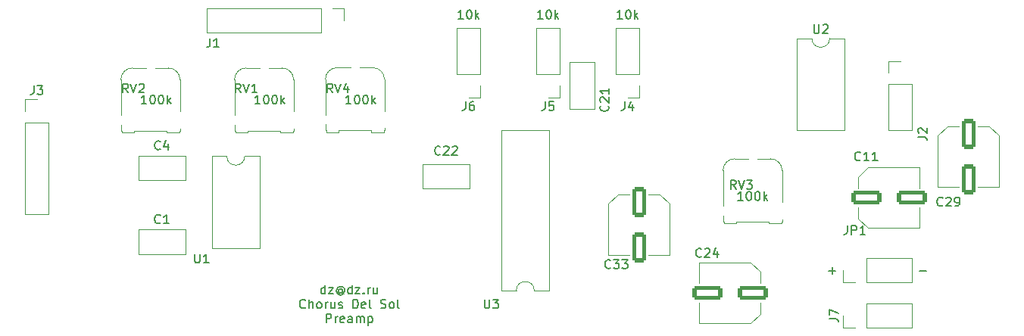
<source format=gbr>
%TF.GenerationSoftware,KiCad,Pcbnew,(6.0.10)*%
%TF.CreationDate,2023-04-08T13:31:08+03:00*%
%TF.ProjectId,DelSol_Preamp,44656c53-6f6c-45f5-9072-65616d702e6b,rev?*%
%TF.SameCoordinates,Original*%
%TF.FileFunction,Legend,Top*%
%TF.FilePolarity,Positive*%
%FSLAX46Y46*%
G04 Gerber Fmt 4.6, Leading zero omitted, Abs format (unit mm)*
G04 Created by KiCad (PCBNEW (6.0.10)) date 2023-04-08 13:31:08*
%MOMM*%
%LPD*%
G01*
G04 APERTURE LIST*
G04 Aperture macros list*
%AMRoundRect*
0 Rectangle with rounded corners*
0 $1 Rounding radius*
0 $2 $3 $4 $5 $6 $7 $8 $9 X,Y pos of 4 corners*
0 Add a 4 corners polygon primitive as box body*
4,1,4,$2,$3,$4,$5,$6,$7,$8,$9,$2,$3,0*
0 Add four circle primitives for the rounded corners*
1,1,$1+$1,$2,$3*
1,1,$1+$1,$4,$5*
1,1,$1+$1,$6,$7*
1,1,$1+$1,$8,$9*
0 Add four rect primitives between the rounded corners*
20,1,$1+$1,$2,$3,$4,$5,0*
20,1,$1+$1,$4,$5,$6,$7,0*
20,1,$1+$1,$6,$7,$8,$9,0*
20,1,$1+$1,$8,$9,$2,$3,0*%
G04 Aperture macros list end*
%ADD10C,0.150000*%
%ADD11C,0.120000*%
%ADD12RoundRect,0.250000X-1.412500X-0.550000X1.412500X-0.550000X1.412500X0.550000X-1.412500X0.550000X0*%
%ADD13R,1.560000X1.560000*%
%ADD14C,1.560000*%
%ADD15R,1.600000X1.600000*%
%ADD16O,1.600000X1.600000*%
%ADD17R,1.700000X1.700000*%
%ADD18O,1.700000X1.700000*%
%ADD19C,1.600000*%
%ADD20C,3.200000*%
%ADD21RoundRect,0.250000X-0.550000X1.412500X-0.550000X-1.412500X0.550000X-1.412500X0.550000X1.412500X0*%
%ADD22RoundRect,0.250000X1.412500X0.550000X-1.412500X0.550000X-1.412500X-0.550000X1.412500X-0.550000X0*%
G04 APERTURE END LIST*
D10*
X79573571Y-29662380D02*
X79002142Y-29662380D01*
X79287857Y-29662380D02*
X79287857Y-28662380D01*
X79192619Y-28805238D01*
X79097380Y-28900476D01*
X79002142Y-28948095D01*
X80192619Y-28662380D02*
X80287857Y-28662380D01*
X80383095Y-28710000D01*
X80430714Y-28757619D01*
X80478333Y-28852857D01*
X80525952Y-29043333D01*
X80525952Y-29281428D01*
X80478333Y-29471904D01*
X80430714Y-29567142D01*
X80383095Y-29614761D01*
X80287857Y-29662380D01*
X80192619Y-29662380D01*
X80097380Y-29614761D01*
X80049761Y-29567142D01*
X80002142Y-29471904D01*
X79954523Y-29281428D01*
X79954523Y-29043333D01*
X80002142Y-28852857D01*
X80049761Y-28757619D01*
X80097380Y-28710000D01*
X80192619Y-28662380D01*
X81145000Y-28662380D02*
X81240238Y-28662380D01*
X81335476Y-28710000D01*
X81383095Y-28757619D01*
X81430714Y-28852857D01*
X81478333Y-29043333D01*
X81478333Y-29281428D01*
X81430714Y-29471904D01*
X81383095Y-29567142D01*
X81335476Y-29614761D01*
X81240238Y-29662380D01*
X81145000Y-29662380D01*
X81049761Y-29614761D01*
X81002142Y-29567142D01*
X80954523Y-29471904D01*
X80906904Y-29281428D01*
X80906904Y-29043333D01*
X80954523Y-28852857D01*
X81002142Y-28757619D01*
X81049761Y-28710000D01*
X81145000Y-28662380D01*
X81906904Y-29662380D02*
X81906904Y-28662380D01*
X82002142Y-29281428D02*
X82287857Y-29662380D01*
X82287857Y-28995714D02*
X81906904Y-29376666D01*
X120054761Y-20137380D02*
X119483333Y-20137380D01*
X119769047Y-20137380D02*
X119769047Y-19137380D01*
X119673809Y-19280238D01*
X119578571Y-19375476D01*
X119483333Y-19423095D01*
X120673809Y-19137380D02*
X120769047Y-19137380D01*
X120864285Y-19185000D01*
X120911904Y-19232619D01*
X120959523Y-19327857D01*
X121007142Y-19518333D01*
X121007142Y-19756428D01*
X120959523Y-19946904D01*
X120911904Y-20042142D01*
X120864285Y-20089761D01*
X120769047Y-20137380D01*
X120673809Y-20137380D01*
X120578571Y-20089761D01*
X120530952Y-20042142D01*
X120483333Y-19946904D01*
X120435714Y-19756428D01*
X120435714Y-19518333D01*
X120483333Y-19327857D01*
X120530952Y-19232619D01*
X120578571Y-19185000D01*
X120673809Y-19137380D01*
X121435714Y-20137380D02*
X121435714Y-19137380D01*
X121530952Y-19756428D02*
X121816666Y-20137380D01*
X121816666Y-19470714D02*
X121435714Y-19851666D01*
X133548571Y-40457380D02*
X132977142Y-40457380D01*
X133262857Y-40457380D02*
X133262857Y-39457380D01*
X133167619Y-39600238D01*
X133072380Y-39695476D01*
X132977142Y-39743095D01*
X134167619Y-39457380D02*
X134262857Y-39457380D01*
X134358095Y-39505000D01*
X134405714Y-39552619D01*
X134453333Y-39647857D01*
X134500952Y-39838333D01*
X134500952Y-40076428D01*
X134453333Y-40266904D01*
X134405714Y-40362142D01*
X134358095Y-40409761D01*
X134262857Y-40457380D01*
X134167619Y-40457380D01*
X134072380Y-40409761D01*
X134024761Y-40362142D01*
X133977142Y-40266904D01*
X133929523Y-40076428D01*
X133929523Y-39838333D01*
X133977142Y-39647857D01*
X134024761Y-39552619D01*
X134072380Y-39505000D01*
X134167619Y-39457380D01*
X135120000Y-39457380D02*
X135215238Y-39457380D01*
X135310476Y-39505000D01*
X135358095Y-39552619D01*
X135405714Y-39647857D01*
X135453333Y-39838333D01*
X135453333Y-40076428D01*
X135405714Y-40266904D01*
X135358095Y-40362142D01*
X135310476Y-40409761D01*
X135215238Y-40457380D01*
X135120000Y-40457380D01*
X135024761Y-40409761D01*
X134977142Y-40362142D01*
X134929523Y-40266904D01*
X134881904Y-40076428D01*
X134881904Y-39838333D01*
X134929523Y-39647857D01*
X134977142Y-39552619D01*
X135024761Y-39505000D01*
X135120000Y-39457380D01*
X135881904Y-40457380D02*
X135881904Y-39457380D01*
X135977142Y-40076428D02*
X136262857Y-40457380D01*
X136262857Y-39790714D02*
X135881904Y-40171666D01*
X89733571Y-29662380D02*
X89162142Y-29662380D01*
X89447857Y-29662380D02*
X89447857Y-28662380D01*
X89352619Y-28805238D01*
X89257380Y-28900476D01*
X89162142Y-28948095D01*
X90352619Y-28662380D02*
X90447857Y-28662380D01*
X90543095Y-28710000D01*
X90590714Y-28757619D01*
X90638333Y-28852857D01*
X90685952Y-29043333D01*
X90685952Y-29281428D01*
X90638333Y-29471904D01*
X90590714Y-29567142D01*
X90543095Y-29614761D01*
X90447857Y-29662380D01*
X90352619Y-29662380D01*
X90257380Y-29614761D01*
X90209761Y-29567142D01*
X90162142Y-29471904D01*
X90114523Y-29281428D01*
X90114523Y-29043333D01*
X90162142Y-28852857D01*
X90209761Y-28757619D01*
X90257380Y-28710000D01*
X90352619Y-28662380D01*
X91305000Y-28662380D02*
X91400238Y-28662380D01*
X91495476Y-28710000D01*
X91543095Y-28757619D01*
X91590714Y-28852857D01*
X91638333Y-29043333D01*
X91638333Y-29281428D01*
X91590714Y-29471904D01*
X91543095Y-29567142D01*
X91495476Y-29614761D01*
X91400238Y-29662380D01*
X91305000Y-29662380D01*
X91209761Y-29614761D01*
X91162142Y-29567142D01*
X91114523Y-29471904D01*
X91066904Y-29281428D01*
X91066904Y-29043333D01*
X91114523Y-28852857D01*
X91162142Y-28757619D01*
X91209761Y-28710000D01*
X91305000Y-28662380D01*
X92066904Y-29662380D02*
X92066904Y-28662380D01*
X92162142Y-29281428D02*
X92447857Y-29662380D01*
X92447857Y-28995714D02*
X92066904Y-29376666D01*
X143129047Y-48331428D02*
X143890952Y-48331428D01*
X143510000Y-48712380D02*
X143510000Y-47950476D01*
X111164761Y-20137380D02*
X110593333Y-20137380D01*
X110879047Y-20137380D02*
X110879047Y-19137380D01*
X110783809Y-19280238D01*
X110688571Y-19375476D01*
X110593333Y-19423095D01*
X111783809Y-19137380D02*
X111879047Y-19137380D01*
X111974285Y-19185000D01*
X112021904Y-19232619D01*
X112069523Y-19327857D01*
X112117142Y-19518333D01*
X112117142Y-19756428D01*
X112069523Y-19946904D01*
X112021904Y-20042142D01*
X111974285Y-20089761D01*
X111879047Y-20137380D01*
X111783809Y-20137380D01*
X111688571Y-20089761D01*
X111640952Y-20042142D01*
X111593333Y-19946904D01*
X111545714Y-19756428D01*
X111545714Y-19518333D01*
X111593333Y-19327857D01*
X111640952Y-19232619D01*
X111688571Y-19185000D01*
X111783809Y-19137380D01*
X112545714Y-20137380D02*
X112545714Y-19137380D01*
X112640952Y-19756428D02*
X112926666Y-20137380D01*
X112926666Y-19470714D02*
X112545714Y-19851666D01*
X102274761Y-20137380D02*
X101703333Y-20137380D01*
X101989047Y-20137380D02*
X101989047Y-19137380D01*
X101893809Y-19280238D01*
X101798571Y-19375476D01*
X101703333Y-19423095D01*
X102893809Y-19137380D02*
X102989047Y-19137380D01*
X103084285Y-19185000D01*
X103131904Y-19232619D01*
X103179523Y-19327857D01*
X103227142Y-19518333D01*
X103227142Y-19756428D01*
X103179523Y-19946904D01*
X103131904Y-20042142D01*
X103084285Y-20089761D01*
X102989047Y-20137380D01*
X102893809Y-20137380D01*
X102798571Y-20089761D01*
X102750952Y-20042142D01*
X102703333Y-19946904D01*
X102655714Y-19756428D01*
X102655714Y-19518333D01*
X102703333Y-19327857D01*
X102750952Y-19232619D01*
X102798571Y-19185000D01*
X102893809Y-19137380D01*
X103655714Y-20137380D02*
X103655714Y-19137380D01*
X103750952Y-19756428D02*
X104036666Y-20137380D01*
X104036666Y-19470714D02*
X103655714Y-19851666D01*
X86844523Y-50912380D02*
X86844523Y-49912380D01*
X86844523Y-50864761D02*
X86749285Y-50912380D01*
X86558809Y-50912380D01*
X86463571Y-50864761D01*
X86415952Y-50817142D01*
X86368333Y-50721904D01*
X86368333Y-50436190D01*
X86415952Y-50340952D01*
X86463571Y-50293333D01*
X86558809Y-50245714D01*
X86749285Y-50245714D01*
X86844523Y-50293333D01*
X87225476Y-50245714D02*
X87749285Y-50245714D01*
X87225476Y-50912380D01*
X87749285Y-50912380D01*
X88749285Y-50436190D02*
X88701666Y-50388571D01*
X88606428Y-50340952D01*
X88511190Y-50340952D01*
X88415952Y-50388571D01*
X88368333Y-50436190D01*
X88320714Y-50531428D01*
X88320714Y-50626666D01*
X88368333Y-50721904D01*
X88415952Y-50769523D01*
X88511190Y-50817142D01*
X88606428Y-50817142D01*
X88701666Y-50769523D01*
X88749285Y-50721904D01*
X88749285Y-50340952D02*
X88749285Y-50721904D01*
X88796904Y-50769523D01*
X88844523Y-50769523D01*
X88939761Y-50721904D01*
X88987380Y-50626666D01*
X88987380Y-50388571D01*
X88892142Y-50245714D01*
X88749285Y-50150476D01*
X88558809Y-50102857D01*
X88368333Y-50150476D01*
X88225476Y-50245714D01*
X88130238Y-50388571D01*
X88082619Y-50579047D01*
X88130238Y-50769523D01*
X88225476Y-50912380D01*
X88368333Y-51007619D01*
X88558809Y-51055238D01*
X88749285Y-51007619D01*
X88892142Y-50912380D01*
X89844523Y-50912380D02*
X89844523Y-49912380D01*
X89844523Y-50864761D02*
X89749285Y-50912380D01*
X89558809Y-50912380D01*
X89463571Y-50864761D01*
X89415952Y-50817142D01*
X89368333Y-50721904D01*
X89368333Y-50436190D01*
X89415952Y-50340952D01*
X89463571Y-50293333D01*
X89558809Y-50245714D01*
X89749285Y-50245714D01*
X89844523Y-50293333D01*
X90225476Y-50245714D02*
X90749285Y-50245714D01*
X90225476Y-50912380D01*
X90749285Y-50912380D01*
X91130238Y-50817142D02*
X91177857Y-50864761D01*
X91130238Y-50912380D01*
X91082619Y-50864761D01*
X91130238Y-50817142D01*
X91130238Y-50912380D01*
X91606428Y-50912380D02*
X91606428Y-50245714D01*
X91606428Y-50436190D02*
X91654047Y-50340952D01*
X91701666Y-50293333D01*
X91796904Y-50245714D01*
X91892142Y-50245714D01*
X92654047Y-50245714D02*
X92654047Y-50912380D01*
X92225476Y-50245714D02*
X92225476Y-50769523D01*
X92273095Y-50864761D01*
X92368333Y-50912380D01*
X92511190Y-50912380D01*
X92606428Y-50864761D01*
X92654047Y-50817142D01*
X84630238Y-52427142D02*
X84582619Y-52474761D01*
X84439761Y-52522380D01*
X84344523Y-52522380D01*
X84201666Y-52474761D01*
X84106428Y-52379523D01*
X84058809Y-52284285D01*
X84011190Y-52093809D01*
X84011190Y-51950952D01*
X84058809Y-51760476D01*
X84106428Y-51665238D01*
X84201666Y-51570000D01*
X84344523Y-51522380D01*
X84439761Y-51522380D01*
X84582619Y-51570000D01*
X84630238Y-51617619D01*
X85058809Y-52522380D02*
X85058809Y-51522380D01*
X85487380Y-52522380D02*
X85487380Y-51998571D01*
X85439761Y-51903333D01*
X85344523Y-51855714D01*
X85201666Y-51855714D01*
X85106428Y-51903333D01*
X85058809Y-51950952D01*
X86106428Y-52522380D02*
X86011190Y-52474761D01*
X85963571Y-52427142D01*
X85915952Y-52331904D01*
X85915952Y-52046190D01*
X85963571Y-51950952D01*
X86011190Y-51903333D01*
X86106428Y-51855714D01*
X86249285Y-51855714D01*
X86344523Y-51903333D01*
X86392142Y-51950952D01*
X86439761Y-52046190D01*
X86439761Y-52331904D01*
X86392142Y-52427142D01*
X86344523Y-52474761D01*
X86249285Y-52522380D01*
X86106428Y-52522380D01*
X86868333Y-52522380D02*
X86868333Y-51855714D01*
X86868333Y-52046190D02*
X86915952Y-51950952D01*
X86963571Y-51903333D01*
X87058809Y-51855714D01*
X87154047Y-51855714D01*
X87915952Y-51855714D02*
X87915952Y-52522380D01*
X87487380Y-51855714D02*
X87487380Y-52379523D01*
X87535000Y-52474761D01*
X87630238Y-52522380D01*
X87773095Y-52522380D01*
X87868333Y-52474761D01*
X87915952Y-52427142D01*
X88344523Y-52474761D02*
X88439761Y-52522380D01*
X88630238Y-52522380D01*
X88725476Y-52474761D01*
X88773095Y-52379523D01*
X88773095Y-52331904D01*
X88725476Y-52236666D01*
X88630238Y-52189047D01*
X88487380Y-52189047D01*
X88392142Y-52141428D01*
X88344523Y-52046190D01*
X88344523Y-51998571D01*
X88392142Y-51903333D01*
X88487380Y-51855714D01*
X88630238Y-51855714D01*
X88725476Y-51903333D01*
X89963571Y-52522380D02*
X89963571Y-51522380D01*
X90201666Y-51522380D01*
X90344523Y-51570000D01*
X90439761Y-51665238D01*
X90487380Y-51760476D01*
X90535000Y-51950952D01*
X90535000Y-52093809D01*
X90487380Y-52284285D01*
X90439761Y-52379523D01*
X90344523Y-52474761D01*
X90201666Y-52522380D01*
X89963571Y-52522380D01*
X91344523Y-52474761D02*
X91249285Y-52522380D01*
X91058809Y-52522380D01*
X90963571Y-52474761D01*
X90915952Y-52379523D01*
X90915952Y-51998571D01*
X90963571Y-51903333D01*
X91058809Y-51855714D01*
X91249285Y-51855714D01*
X91344523Y-51903333D01*
X91392142Y-51998571D01*
X91392142Y-52093809D01*
X90915952Y-52189047D01*
X91963571Y-52522380D02*
X91868333Y-52474761D01*
X91820714Y-52379523D01*
X91820714Y-51522380D01*
X93058809Y-52474761D02*
X93201666Y-52522380D01*
X93439761Y-52522380D01*
X93535000Y-52474761D01*
X93582619Y-52427142D01*
X93630238Y-52331904D01*
X93630238Y-52236666D01*
X93582619Y-52141428D01*
X93535000Y-52093809D01*
X93439761Y-52046190D01*
X93249285Y-51998571D01*
X93154047Y-51950952D01*
X93106428Y-51903333D01*
X93058809Y-51808095D01*
X93058809Y-51712857D01*
X93106428Y-51617619D01*
X93154047Y-51570000D01*
X93249285Y-51522380D01*
X93487380Y-51522380D01*
X93630238Y-51570000D01*
X94201666Y-52522380D02*
X94106428Y-52474761D01*
X94058809Y-52427142D01*
X94011190Y-52331904D01*
X94011190Y-52046190D01*
X94058809Y-51950952D01*
X94106428Y-51903333D01*
X94201666Y-51855714D01*
X94344523Y-51855714D01*
X94439761Y-51903333D01*
X94487380Y-51950952D01*
X94535000Y-52046190D01*
X94535000Y-52331904D01*
X94487380Y-52427142D01*
X94439761Y-52474761D01*
X94344523Y-52522380D01*
X94201666Y-52522380D01*
X95106428Y-52522380D02*
X95011190Y-52474761D01*
X94963571Y-52379523D01*
X94963571Y-51522380D01*
X86963571Y-54132380D02*
X86963571Y-53132380D01*
X87344523Y-53132380D01*
X87439761Y-53180000D01*
X87487380Y-53227619D01*
X87535000Y-53322857D01*
X87535000Y-53465714D01*
X87487380Y-53560952D01*
X87439761Y-53608571D01*
X87344523Y-53656190D01*
X86963571Y-53656190D01*
X87963571Y-54132380D02*
X87963571Y-53465714D01*
X87963571Y-53656190D02*
X88011190Y-53560952D01*
X88058809Y-53513333D01*
X88154047Y-53465714D01*
X88249285Y-53465714D01*
X88963571Y-54084761D02*
X88868333Y-54132380D01*
X88677857Y-54132380D01*
X88582619Y-54084761D01*
X88535000Y-53989523D01*
X88535000Y-53608571D01*
X88582619Y-53513333D01*
X88677857Y-53465714D01*
X88868333Y-53465714D01*
X88963571Y-53513333D01*
X89011190Y-53608571D01*
X89011190Y-53703809D01*
X88535000Y-53799047D01*
X89868333Y-54132380D02*
X89868333Y-53608571D01*
X89820714Y-53513333D01*
X89725476Y-53465714D01*
X89535000Y-53465714D01*
X89439761Y-53513333D01*
X89868333Y-54084761D02*
X89773095Y-54132380D01*
X89535000Y-54132380D01*
X89439761Y-54084761D01*
X89392142Y-53989523D01*
X89392142Y-53894285D01*
X89439761Y-53799047D01*
X89535000Y-53751428D01*
X89773095Y-53751428D01*
X89868333Y-53703809D01*
X90344523Y-54132380D02*
X90344523Y-53465714D01*
X90344523Y-53560952D02*
X90392142Y-53513333D01*
X90487380Y-53465714D01*
X90630238Y-53465714D01*
X90725476Y-53513333D01*
X90773095Y-53608571D01*
X90773095Y-54132380D01*
X90773095Y-53608571D02*
X90820714Y-53513333D01*
X90915952Y-53465714D01*
X91058809Y-53465714D01*
X91154047Y-53513333D01*
X91201666Y-53608571D01*
X91201666Y-54132380D01*
X91677857Y-53465714D02*
X91677857Y-54465714D01*
X91677857Y-53513333D02*
X91773095Y-53465714D01*
X91963571Y-53465714D01*
X92058809Y-53513333D01*
X92106428Y-53560952D01*
X92154047Y-53656190D01*
X92154047Y-53941904D01*
X92106428Y-54037142D01*
X92058809Y-54084761D01*
X91963571Y-54132380D01*
X91773095Y-54132380D01*
X91677857Y-54084761D01*
X153289047Y-48331428D02*
X154050952Y-48331428D01*
X66873571Y-29662380D02*
X66302142Y-29662380D01*
X66587857Y-29662380D02*
X66587857Y-28662380D01*
X66492619Y-28805238D01*
X66397380Y-28900476D01*
X66302142Y-28948095D01*
X67492619Y-28662380D02*
X67587857Y-28662380D01*
X67683095Y-28710000D01*
X67730714Y-28757619D01*
X67778333Y-28852857D01*
X67825952Y-29043333D01*
X67825952Y-29281428D01*
X67778333Y-29471904D01*
X67730714Y-29567142D01*
X67683095Y-29614761D01*
X67587857Y-29662380D01*
X67492619Y-29662380D01*
X67397380Y-29614761D01*
X67349761Y-29567142D01*
X67302142Y-29471904D01*
X67254523Y-29281428D01*
X67254523Y-29043333D01*
X67302142Y-28852857D01*
X67349761Y-28757619D01*
X67397380Y-28710000D01*
X67492619Y-28662380D01*
X68445000Y-28662380D02*
X68540238Y-28662380D01*
X68635476Y-28710000D01*
X68683095Y-28757619D01*
X68730714Y-28852857D01*
X68778333Y-29043333D01*
X68778333Y-29281428D01*
X68730714Y-29471904D01*
X68683095Y-29567142D01*
X68635476Y-29614761D01*
X68540238Y-29662380D01*
X68445000Y-29662380D01*
X68349761Y-29614761D01*
X68302142Y-29567142D01*
X68254523Y-29471904D01*
X68206904Y-29281428D01*
X68206904Y-29043333D01*
X68254523Y-28852857D01*
X68302142Y-28757619D01*
X68349761Y-28710000D01*
X68445000Y-28662380D01*
X69206904Y-29662380D02*
X69206904Y-28662380D01*
X69302142Y-29281428D02*
X69587857Y-29662380D01*
X69587857Y-28995714D02*
X69206904Y-29376666D01*
X146677142Y-35917142D02*
X146629523Y-35964761D01*
X146486666Y-36012380D01*
X146391428Y-36012380D01*
X146248571Y-35964761D01*
X146153333Y-35869523D01*
X146105714Y-35774285D01*
X146058095Y-35583809D01*
X146058095Y-35440952D01*
X146105714Y-35250476D01*
X146153333Y-35155238D01*
X146248571Y-35060000D01*
X146391428Y-35012380D01*
X146486666Y-35012380D01*
X146629523Y-35060000D01*
X146677142Y-35107619D01*
X147629523Y-36012380D02*
X147058095Y-36012380D01*
X147343809Y-36012380D02*
X147343809Y-35012380D01*
X147248571Y-35155238D01*
X147153333Y-35250476D01*
X147058095Y-35298095D01*
X148581904Y-36012380D02*
X148010476Y-36012380D01*
X148296190Y-36012380D02*
X148296190Y-35012380D01*
X148200952Y-35155238D01*
X148105714Y-35250476D01*
X148010476Y-35298095D01*
X132754761Y-39187380D02*
X132421428Y-38711190D01*
X132183333Y-39187380D02*
X132183333Y-38187380D01*
X132564285Y-38187380D01*
X132659523Y-38235000D01*
X132707142Y-38282619D01*
X132754761Y-38377857D01*
X132754761Y-38520714D01*
X132707142Y-38615952D01*
X132659523Y-38663571D01*
X132564285Y-38711190D01*
X132183333Y-38711190D01*
X133040476Y-38187380D02*
X133373809Y-39187380D01*
X133707142Y-38187380D01*
X133945238Y-38187380D02*
X134564285Y-38187380D01*
X134230952Y-38568333D01*
X134373809Y-38568333D01*
X134469047Y-38615952D01*
X134516666Y-38663571D01*
X134564285Y-38758809D01*
X134564285Y-38996904D01*
X134516666Y-39092142D01*
X134469047Y-39139761D01*
X134373809Y-39187380D01*
X134088095Y-39187380D01*
X133992857Y-39139761D01*
X133945238Y-39092142D01*
X141488095Y-20772380D02*
X141488095Y-21581904D01*
X141535714Y-21677142D01*
X141583333Y-21724761D01*
X141678571Y-21772380D01*
X141869047Y-21772380D01*
X141964285Y-21724761D01*
X142011904Y-21677142D01*
X142059523Y-21581904D01*
X142059523Y-20772380D01*
X142488095Y-20867619D02*
X142535714Y-20820000D01*
X142630952Y-20772380D01*
X142869047Y-20772380D01*
X142964285Y-20820000D01*
X143011904Y-20867619D01*
X143059523Y-20962857D01*
X143059523Y-21058095D01*
X143011904Y-21200952D01*
X142440476Y-21772380D01*
X143059523Y-21772380D01*
X73961666Y-22312380D02*
X73961666Y-23026666D01*
X73914047Y-23169523D01*
X73818809Y-23264761D01*
X73675952Y-23312380D01*
X73580714Y-23312380D01*
X74961666Y-23312380D02*
X74390238Y-23312380D01*
X74675952Y-23312380D02*
X74675952Y-22312380D01*
X74580714Y-22455238D01*
X74485476Y-22550476D01*
X74390238Y-22598095D01*
X54276666Y-27607380D02*
X54276666Y-28321666D01*
X54229047Y-28464523D01*
X54133809Y-28559761D01*
X53990952Y-28607380D01*
X53895714Y-28607380D01*
X54657619Y-27607380D02*
X55276666Y-27607380D01*
X54943333Y-27988333D01*
X55086190Y-27988333D01*
X55181428Y-28035952D01*
X55229047Y-28083571D01*
X55276666Y-28178809D01*
X55276666Y-28416904D01*
X55229047Y-28512142D01*
X55181428Y-28559761D01*
X55086190Y-28607380D01*
X54800476Y-28607380D01*
X54705238Y-28559761D01*
X54657619Y-28512142D01*
X99707142Y-35282142D02*
X99659523Y-35329761D01*
X99516666Y-35377380D01*
X99421428Y-35377380D01*
X99278571Y-35329761D01*
X99183333Y-35234523D01*
X99135714Y-35139285D01*
X99088095Y-34948809D01*
X99088095Y-34805952D01*
X99135714Y-34615476D01*
X99183333Y-34520238D01*
X99278571Y-34425000D01*
X99421428Y-34377380D01*
X99516666Y-34377380D01*
X99659523Y-34425000D01*
X99707142Y-34472619D01*
X100088095Y-34472619D02*
X100135714Y-34425000D01*
X100230952Y-34377380D01*
X100469047Y-34377380D01*
X100564285Y-34425000D01*
X100611904Y-34472619D01*
X100659523Y-34567857D01*
X100659523Y-34663095D01*
X100611904Y-34805952D01*
X100040476Y-35377380D01*
X100659523Y-35377380D01*
X101040476Y-34472619D02*
X101088095Y-34425000D01*
X101183333Y-34377380D01*
X101421428Y-34377380D01*
X101516666Y-34425000D01*
X101564285Y-34472619D01*
X101611904Y-34567857D01*
X101611904Y-34663095D01*
X101564285Y-34805952D01*
X100992857Y-35377380D01*
X101611904Y-35377380D01*
X72263095Y-46442380D02*
X72263095Y-47251904D01*
X72310714Y-47347142D01*
X72358333Y-47394761D01*
X72453571Y-47442380D01*
X72644047Y-47442380D01*
X72739285Y-47394761D01*
X72786904Y-47347142D01*
X72834523Y-47251904D01*
X72834523Y-46442380D01*
X73834523Y-47442380D02*
X73263095Y-47442380D01*
X73548809Y-47442380D02*
X73548809Y-46442380D01*
X73453571Y-46585238D01*
X73358333Y-46680476D01*
X73263095Y-46728095D01*
X155872142Y-40997142D02*
X155824523Y-41044761D01*
X155681666Y-41092380D01*
X155586428Y-41092380D01*
X155443571Y-41044761D01*
X155348333Y-40949523D01*
X155300714Y-40854285D01*
X155253095Y-40663809D01*
X155253095Y-40520952D01*
X155300714Y-40330476D01*
X155348333Y-40235238D01*
X155443571Y-40140000D01*
X155586428Y-40092380D01*
X155681666Y-40092380D01*
X155824523Y-40140000D01*
X155872142Y-40187619D01*
X156253095Y-40187619D02*
X156300714Y-40140000D01*
X156395952Y-40092380D01*
X156634047Y-40092380D01*
X156729285Y-40140000D01*
X156776904Y-40187619D01*
X156824523Y-40282857D01*
X156824523Y-40378095D01*
X156776904Y-40520952D01*
X156205476Y-41092380D01*
X156824523Y-41092380D01*
X157300714Y-41092380D02*
X157491190Y-41092380D01*
X157586428Y-41044761D01*
X157634047Y-40997142D01*
X157729285Y-40854285D01*
X157776904Y-40663809D01*
X157776904Y-40282857D01*
X157729285Y-40187619D01*
X157681666Y-40140000D01*
X157586428Y-40092380D01*
X157395952Y-40092380D01*
X157300714Y-40140000D01*
X157253095Y-40187619D01*
X157205476Y-40282857D01*
X157205476Y-40520952D01*
X157253095Y-40616190D01*
X157300714Y-40663809D01*
X157395952Y-40711428D01*
X157586428Y-40711428D01*
X157681666Y-40663809D01*
X157729285Y-40616190D01*
X157776904Y-40520952D01*
X145216666Y-43267380D02*
X145216666Y-43981666D01*
X145169047Y-44124523D01*
X145073809Y-44219761D01*
X144930952Y-44267380D01*
X144835714Y-44267380D01*
X145692857Y-44267380D02*
X145692857Y-43267380D01*
X146073809Y-43267380D01*
X146169047Y-43315000D01*
X146216666Y-43362619D01*
X146264285Y-43457857D01*
X146264285Y-43600714D01*
X146216666Y-43695952D01*
X146169047Y-43743571D01*
X146073809Y-43791190D01*
X145692857Y-43791190D01*
X147216666Y-44267380D02*
X146645238Y-44267380D01*
X146930952Y-44267380D02*
X146930952Y-43267380D01*
X146835714Y-43410238D01*
X146740476Y-43505476D01*
X146645238Y-43553095D01*
X77414761Y-28392380D02*
X77081428Y-27916190D01*
X76843333Y-28392380D02*
X76843333Y-27392380D01*
X77224285Y-27392380D01*
X77319523Y-27440000D01*
X77367142Y-27487619D01*
X77414761Y-27582857D01*
X77414761Y-27725714D01*
X77367142Y-27820952D01*
X77319523Y-27868571D01*
X77224285Y-27916190D01*
X76843333Y-27916190D01*
X77700476Y-27392380D02*
X78033809Y-28392380D01*
X78367142Y-27392380D01*
X79224285Y-28392380D02*
X78652857Y-28392380D01*
X78938571Y-28392380D02*
X78938571Y-27392380D01*
X78843333Y-27535238D01*
X78748095Y-27630476D01*
X78652857Y-27678095D01*
X128897142Y-46712142D02*
X128849523Y-46759761D01*
X128706666Y-46807380D01*
X128611428Y-46807380D01*
X128468571Y-46759761D01*
X128373333Y-46664523D01*
X128325714Y-46569285D01*
X128278095Y-46378809D01*
X128278095Y-46235952D01*
X128325714Y-46045476D01*
X128373333Y-45950238D01*
X128468571Y-45855000D01*
X128611428Y-45807380D01*
X128706666Y-45807380D01*
X128849523Y-45855000D01*
X128897142Y-45902619D01*
X129278095Y-45902619D02*
X129325714Y-45855000D01*
X129420952Y-45807380D01*
X129659047Y-45807380D01*
X129754285Y-45855000D01*
X129801904Y-45902619D01*
X129849523Y-45997857D01*
X129849523Y-46093095D01*
X129801904Y-46235952D01*
X129230476Y-46807380D01*
X129849523Y-46807380D01*
X130706666Y-46140714D02*
X130706666Y-46807380D01*
X130468571Y-45759761D02*
X130230476Y-46474047D01*
X130849523Y-46474047D01*
X64809761Y-28392380D02*
X64476428Y-27916190D01*
X64238333Y-28392380D02*
X64238333Y-27392380D01*
X64619285Y-27392380D01*
X64714523Y-27440000D01*
X64762142Y-27487619D01*
X64809761Y-27582857D01*
X64809761Y-27725714D01*
X64762142Y-27820952D01*
X64714523Y-27868571D01*
X64619285Y-27916190D01*
X64238333Y-27916190D01*
X65095476Y-27392380D02*
X65428809Y-28392380D01*
X65762142Y-27392380D01*
X66047857Y-27487619D02*
X66095476Y-27440000D01*
X66190714Y-27392380D01*
X66428809Y-27392380D01*
X66524047Y-27440000D01*
X66571666Y-27487619D01*
X66619285Y-27582857D01*
X66619285Y-27678095D01*
X66571666Y-27820952D01*
X66000238Y-28392380D01*
X66619285Y-28392380D01*
X68413333Y-34687142D02*
X68365714Y-34734761D01*
X68222857Y-34782380D01*
X68127619Y-34782380D01*
X67984761Y-34734761D01*
X67889523Y-34639523D01*
X67841904Y-34544285D01*
X67794285Y-34353809D01*
X67794285Y-34210952D01*
X67841904Y-34020476D01*
X67889523Y-33925238D01*
X67984761Y-33830000D01*
X68127619Y-33782380D01*
X68222857Y-33782380D01*
X68365714Y-33830000D01*
X68413333Y-33877619D01*
X69270476Y-34115714D02*
X69270476Y-34782380D01*
X69032380Y-33734761D02*
X68794285Y-34449047D01*
X69413333Y-34449047D01*
X102536666Y-29392380D02*
X102536666Y-30106666D01*
X102489047Y-30249523D01*
X102393809Y-30344761D01*
X102250952Y-30392380D01*
X102155714Y-30392380D01*
X103441428Y-29392380D02*
X103250952Y-29392380D01*
X103155714Y-29440000D01*
X103108095Y-29487619D01*
X103012857Y-29630476D01*
X102965238Y-29820952D01*
X102965238Y-30201904D01*
X103012857Y-30297142D01*
X103060476Y-30344761D01*
X103155714Y-30392380D01*
X103346190Y-30392380D01*
X103441428Y-30344761D01*
X103489047Y-30297142D01*
X103536666Y-30201904D01*
X103536666Y-29963809D01*
X103489047Y-29868571D01*
X103441428Y-29820952D01*
X103346190Y-29773333D01*
X103155714Y-29773333D01*
X103060476Y-29820952D01*
X103012857Y-29868571D01*
X102965238Y-29963809D01*
X87669761Y-28392380D02*
X87336428Y-27916190D01*
X87098333Y-28392380D02*
X87098333Y-27392380D01*
X87479285Y-27392380D01*
X87574523Y-27440000D01*
X87622142Y-27487619D01*
X87669761Y-27582857D01*
X87669761Y-27725714D01*
X87622142Y-27820952D01*
X87574523Y-27868571D01*
X87479285Y-27916190D01*
X87098333Y-27916190D01*
X87955476Y-27392380D02*
X88288809Y-28392380D01*
X88622142Y-27392380D01*
X89384047Y-27725714D02*
X89384047Y-28392380D01*
X89145952Y-27344761D02*
X88907857Y-28059047D01*
X89526904Y-28059047D01*
X118467142Y-29852857D02*
X118514761Y-29900476D01*
X118562380Y-30043333D01*
X118562380Y-30138571D01*
X118514761Y-30281428D01*
X118419523Y-30376666D01*
X118324285Y-30424285D01*
X118133809Y-30471904D01*
X117990952Y-30471904D01*
X117800476Y-30424285D01*
X117705238Y-30376666D01*
X117610000Y-30281428D01*
X117562380Y-30138571D01*
X117562380Y-30043333D01*
X117610000Y-29900476D01*
X117657619Y-29852857D01*
X117657619Y-29471904D02*
X117610000Y-29424285D01*
X117562380Y-29329047D01*
X117562380Y-29090952D01*
X117610000Y-28995714D01*
X117657619Y-28948095D01*
X117752857Y-28900476D01*
X117848095Y-28900476D01*
X117990952Y-28948095D01*
X118562380Y-29519523D01*
X118562380Y-28900476D01*
X118562380Y-27948095D02*
X118562380Y-28519523D01*
X118562380Y-28233809D02*
X117562380Y-28233809D01*
X117705238Y-28329047D01*
X117800476Y-28424285D01*
X117848095Y-28519523D01*
X153122380Y-33353333D02*
X153836666Y-33353333D01*
X153979523Y-33400952D01*
X154074761Y-33496190D01*
X154122380Y-33639047D01*
X154122380Y-33734285D01*
X153217619Y-32924761D02*
X153170000Y-32877142D01*
X153122380Y-32781904D01*
X153122380Y-32543809D01*
X153170000Y-32448571D01*
X153217619Y-32400952D01*
X153312857Y-32353333D01*
X153408095Y-32353333D01*
X153550952Y-32400952D01*
X154122380Y-32972380D01*
X154122380Y-32353333D01*
X68413333Y-42942142D02*
X68365714Y-42989761D01*
X68222857Y-43037380D01*
X68127619Y-43037380D01*
X67984761Y-42989761D01*
X67889523Y-42894523D01*
X67841904Y-42799285D01*
X67794285Y-42608809D01*
X67794285Y-42465952D01*
X67841904Y-42275476D01*
X67889523Y-42180238D01*
X67984761Y-42085000D01*
X68127619Y-42037380D01*
X68222857Y-42037380D01*
X68365714Y-42085000D01*
X68413333Y-42132619D01*
X69365714Y-43037380D02*
X68794285Y-43037380D01*
X69080000Y-43037380D02*
X69080000Y-42037380D01*
X68984761Y-42180238D01*
X68889523Y-42275476D01*
X68794285Y-42323095D01*
X143187380Y-53673333D02*
X143901666Y-53673333D01*
X144044523Y-53720952D01*
X144139761Y-53816190D01*
X144187380Y-53959047D01*
X144187380Y-54054285D01*
X143187380Y-53292380D02*
X143187380Y-52625714D01*
X144187380Y-53054285D01*
X111426666Y-29392380D02*
X111426666Y-30106666D01*
X111379047Y-30249523D01*
X111283809Y-30344761D01*
X111140952Y-30392380D01*
X111045714Y-30392380D01*
X112379047Y-29392380D02*
X111902857Y-29392380D01*
X111855238Y-29868571D01*
X111902857Y-29820952D01*
X111998095Y-29773333D01*
X112236190Y-29773333D01*
X112331428Y-29820952D01*
X112379047Y-29868571D01*
X112426666Y-29963809D01*
X112426666Y-30201904D01*
X112379047Y-30297142D01*
X112331428Y-30344761D01*
X112236190Y-30392380D01*
X111998095Y-30392380D01*
X111902857Y-30344761D01*
X111855238Y-30297142D01*
X104648095Y-51522380D02*
X104648095Y-52331904D01*
X104695714Y-52427142D01*
X104743333Y-52474761D01*
X104838571Y-52522380D01*
X105029047Y-52522380D01*
X105124285Y-52474761D01*
X105171904Y-52427142D01*
X105219523Y-52331904D01*
X105219523Y-51522380D01*
X105600476Y-51522380D02*
X106219523Y-51522380D01*
X105886190Y-51903333D01*
X106029047Y-51903333D01*
X106124285Y-51950952D01*
X106171904Y-51998571D01*
X106219523Y-52093809D01*
X106219523Y-52331904D01*
X106171904Y-52427142D01*
X106124285Y-52474761D01*
X106029047Y-52522380D01*
X105743333Y-52522380D01*
X105648095Y-52474761D01*
X105600476Y-52427142D01*
X120316666Y-29392380D02*
X120316666Y-30106666D01*
X120269047Y-30249523D01*
X120173809Y-30344761D01*
X120030952Y-30392380D01*
X119935714Y-30392380D01*
X121221428Y-29725714D02*
X121221428Y-30392380D01*
X120983333Y-29344761D02*
X120745238Y-30059047D01*
X121364285Y-30059047D01*
X118737142Y-47982142D02*
X118689523Y-48029761D01*
X118546666Y-48077380D01*
X118451428Y-48077380D01*
X118308571Y-48029761D01*
X118213333Y-47934523D01*
X118165714Y-47839285D01*
X118118095Y-47648809D01*
X118118095Y-47505952D01*
X118165714Y-47315476D01*
X118213333Y-47220238D01*
X118308571Y-47125000D01*
X118451428Y-47077380D01*
X118546666Y-47077380D01*
X118689523Y-47125000D01*
X118737142Y-47172619D01*
X119070476Y-47077380D02*
X119689523Y-47077380D01*
X119356190Y-47458333D01*
X119499047Y-47458333D01*
X119594285Y-47505952D01*
X119641904Y-47553571D01*
X119689523Y-47648809D01*
X119689523Y-47886904D01*
X119641904Y-47982142D01*
X119594285Y-48029761D01*
X119499047Y-48077380D01*
X119213333Y-48077380D01*
X119118095Y-48029761D01*
X119070476Y-47982142D01*
X120022857Y-47077380D02*
X120641904Y-47077380D01*
X120308571Y-47458333D01*
X120451428Y-47458333D01*
X120546666Y-47505952D01*
X120594285Y-47553571D01*
X120641904Y-47648809D01*
X120641904Y-47886904D01*
X120594285Y-47982142D01*
X120546666Y-48029761D01*
X120451428Y-48077380D01*
X120165714Y-48077380D01*
X120070476Y-48029761D01*
X120022857Y-47982142D01*
D11*
X146450000Y-37804437D02*
X147514437Y-36740000D01*
X146450000Y-42495563D02*
X146450000Y-41210000D01*
X147514437Y-43560000D02*
X153270000Y-43560000D01*
X146450000Y-37804437D02*
X146450000Y-39090000D01*
X146450000Y-42495563D02*
X147514437Y-43560000D01*
X153270000Y-43560000D02*
X153270000Y-41210000D01*
X147514437Y-36740000D02*
X153270000Y-36740000D01*
X153270000Y-36740000D02*
X153270000Y-39090000D01*
X137830000Y-43020000D02*
X136410000Y-43020000D01*
X137930000Y-42820000D02*
X137930000Y-42570000D01*
X137830000Y-42820000D02*
X137930000Y-42820000D01*
X132830000Y-42820000D02*
X132830000Y-43020000D01*
X131310000Y-41090000D02*
X131310000Y-37110000D01*
X135130000Y-35800000D02*
X136620000Y-35800000D01*
X131310000Y-42820000D02*
X131310000Y-42130000D01*
X131410000Y-42820000D02*
X131310000Y-42820000D01*
X131410000Y-43020000D02*
X131410000Y-42820000D01*
X136410000Y-42820000D02*
X132830000Y-42820000D01*
X132830000Y-43020000D02*
X131410000Y-43020000D01*
X132620000Y-35800000D02*
X134110000Y-35800000D01*
X137830000Y-43020000D02*
X137830000Y-42820000D01*
X137930000Y-37110000D02*
X137930000Y-40650000D01*
X136410000Y-42820000D02*
X136410000Y-43020000D01*
X132620000Y-35800000D02*
G75*
G03*
X131310000Y-37110000I0J-1310000D01*
G01*
X137930000Y-37110000D02*
G75*
G03*
X136620000Y-35800000I-1310000J0D01*
G01*
X139600000Y-32600000D02*
X144900000Y-32600000D01*
X144900000Y-22320000D02*
X143250000Y-22320000D01*
X144900000Y-32600000D02*
X144900000Y-22320000D01*
X139600000Y-22320000D02*
X139600000Y-32600000D01*
X141250000Y-22320000D02*
X139600000Y-22320000D01*
X141250000Y-22320000D02*
G75*
G03*
X143250000Y-22320000I1000000J0D01*
G01*
X86360000Y-18990000D02*
X86360000Y-21650000D01*
X73600000Y-18990000D02*
X73600000Y-21650000D01*
X86360000Y-18990000D02*
X73600000Y-18990000D01*
X88960000Y-18990000D02*
X88960000Y-20320000D01*
X86360000Y-21650000D02*
X73600000Y-21650000D01*
X87630000Y-18990000D02*
X88960000Y-18990000D01*
X53280000Y-31755000D02*
X53280000Y-41975000D01*
X53280000Y-31755000D02*
X55940000Y-31755000D01*
X53280000Y-41975000D02*
X55940000Y-41975000D01*
X53280000Y-30485000D02*
X53280000Y-29155000D01*
X55940000Y-31755000D02*
X55940000Y-41975000D01*
X53280000Y-29155000D02*
X54610000Y-29155000D01*
X102970000Y-39140000D02*
X102970000Y-36400000D01*
X102970000Y-36400000D02*
X97730000Y-36400000D01*
X102970000Y-39140000D02*
X97730000Y-39140000D01*
X97730000Y-39140000D02*
X97730000Y-36400000D01*
X74195000Y-35510000D02*
X74195000Y-45790000D01*
X75845000Y-35510000D02*
X74195000Y-35510000D01*
X74195000Y-45790000D02*
X79495000Y-45790000D01*
X79495000Y-45790000D02*
X79495000Y-35510000D01*
X79495000Y-35510000D02*
X77845000Y-35510000D01*
X75845000Y-35510000D02*
G75*
G03*
X77845000Y-35510000I1000000J0D01*
G01*
X162160000Y-33214437D02*
X162160000Y-38970000D01*
X161095563Y-32150000D02*
X162160000Y-33214437D01*
X156404437Y-32150000D02*
X155340000Y-33214437D01*
X162160000Y-38970000D02*
X159810000Y-38970000D01*
X161095563Y-32150000D02*
X159810000Y-32150000D01*
X155340000Y-38970000D02*
X157690000Y-38970000D01*
X155340000Y-33214437D02*
X155340000Y-38970000D01*
X156404437Y-32150000D02*
X157690000Y-32150000D01*
X147320000Y-49590000D02*
X152460000Y-49590000D01*
X152460000Y-49590000D02*
X152460000Y-46930000D01*
X147320000Y-49590000D02*
X147320000Y-46930000D01*
X147320000Y-46930000D02*
X152460000Y-46930000D01*
X146050000Y-49590000D02*
X144720000Y-49590000D01*
X144720000Y-49590000D02*
X144720000Y-48260000D01*
X83320000Y-26950000D02*
X83320000Y-30490000D01*
X76800000Y-32660000D02*
X76700000Y-32660000D01*
X83220000Y-32660000D02*
X83320000Y-32660000D01*
X78220000Y-32660000D02*
X78220000Y-32860000D01*
X83220000Y-32860000D02*
X83220000Y-32660000D01*
X78010000Y-25640000D02*
X79500000Y-25640000D01*
X81800000Y-32660000D02*
X78220000Y-32660000D01*
X81800000Y-32660000D02*
X81800000Y-32860000D01*
X76800000Y-32860000D02*
X76800000Y-32660000D01*
X80520000Y-25640000D02*
X82010000Y-25640000D01*
X76700000Y-32660000D02*
X76700000Y-31970000D01*
X76700000Y-30930000D02*
X76700000Y-26950000D01*
X83220000Y-32860000D02*
X81800000Y-32860000D01*
X83320000Y-32660000D02*
X83320000Y-32410000D01*
X78220000Y-32860000D02*
X76800000Y-32860000D01*
X78010000Y-25640000D02*
G75*
G03*
X76700000Y-26950000I0J-1310000D01*
G01*
X83320000Y-26950000D02*
G75*
G03*
X82010000Y-25640000I-1310000J0D01*
G01*
X135490000Y-48454437D02*
X135490000Y-49740000D01*
X128670000Y-47390000D02*
X128670000Y-49740000D01*
X135490000Y-53145563D02*
X134425563Y-54210000D01*
X128670000Y-54210000D02*
X128670000Y-51860000D01*
X135490000Y-53145563D02*
X135490000Y-51860000D01*
X135490000Y-48454437D02*
X134425563Y-47390000D01*
X134425563Y-54210000D02*
X128670000Y-54210000D01*
X134425563Y-47390000D02*
X128670000Y-47390000D01*
X70520000Y-32660000D02*
X70620000Y-32660000D01*
X64100000Y-32660000D02*
X64000000Y-32660000D01*
X67820000Y-25640000D02*
X69310000Y-25640000D01*
X69100000Y-32660000D02*
X69100000Y-32860000D01*
X65520000Y-32660000D02*
X65520000Y-32860000D01*
X65310000Y-25640000D02*
X66800000Y-25640000D01*
X64000000Y-32660000D02*
X64000000Y-31970000D01*
X70520000Y-32860000D02*
X70520000Y-32660000D01*
X70520000Y-32860000D02*
X69100000Y-32860000D01*
X70620000Y-26950000D02*
X70620000Y-30490000D01*
X64100000Y-32860000D02*
X64100000Y-32660000D01*
X70620000Y-32660000D02*
X70620000Y-32410000D01*
X65520000Y-32860000D02*
X64100000Y-32860000D01*
X64000000Y-30930000D02*
X64000000Y-26950000D01*
X69100000Y-32660000D02*
X65520000Y-32660000D01*
X65310000Y-25640000D02*
G75*
G03*
X64000000Y-26950000I0J-1310000D01*
G01*
X70620000Y-26950000D02*
G75*
G03*
X69310000Y-25640000I-1310000J0D01*
G01*
X71200000Y-35460000D02*
X71200000Y-38200000D01*
X65960000Y-35460000D02*
X65960000Y-38200000D01*
X65960000Y-35460000D02*
X71200000Y-35460000D01*
X65960000Y-38200000D02*
X71200000Y-38200000D01*
X104200000Y-27610000D02*
X104200000Y-28940000D01*
X101540000Y-26340000D02*
X101540000Y-21200000D01*
X104200000Y-26340000D02*
X101540000Y-26340000D01*
X104200000Y-28940000D02*
X102870000Y-28940000D01*
X104200000Y-21200000D02*
X101540000Y-21200000D01*
X104200000Y-26340000D02*
X104200000Y-21200000D01*
X86960000Y-32630000D02*
X86860000Y-32630000D01*
X86860000Y-30900000D02*
X86860000Y-26920000D01*
X93480000Y-32630000D02*
X93480000Y-32380000D01*
X93380000Y-32830000D02*
X91960000Y-32830000D01*
X93480000Y-26920000D02*
X93480000Y-30460000D01*
X90680000Y-25610000D02*
X92170000Y-25610000D01*
X93380000Y-32630000D02*
X93480000Y-32630000D01*
X86960000Y-32830000D02*
X86960000Y-32630000D01*
X88380000Y-32830000D02*
X86960000Y-32830000D01*
X91960000Y-32630000D02*
X91960000Y-32830000D01*
X91960000Y-32630000D02*
X88380000Y-32630000D01*
X88170000Y-25610000D02*
X89660000Y-25610000D01*
X86860000Y-32630000D02*
X86860000Y-31940000D01*
X93380000Y-32830000D02*
X93380000Y-32630000D01*
X88380000Y-32630000D02*
X88380000Y-32830000D01*
X93480000Y-26920000D02*
G75*
G03*
X92170000Y-25610000I-1310000J0D01*
G01*
X88170000Y-25610000D02*
G75*
G03*
X86860000Y-26920000I0J-1310000D01*
G01*
X114200000Y-30250000D02*
X114200000Y-25010000D01*
X114200000Y-30250000D02*
X116940000Y-30250000D01*
X116940000Y-30250000D02*
X116940000Y-25010000D01*
X114200000Y-25010000D02*
X116940000Y-25010000D01*
X149800000Y-24850000D02*
X151130000Y-24850000D01*
X152460000Y-27450000D02*
X152460000Y-32590000D01*
X149800000Y-27450000D02*
X149800000Y-32590000D01*
X149800000Y-32590000D02*
X152460000Y-32590000D01*
X149800000Y-27450000D02*
X152460000Y-27450000D01*
X149800000Y-26180000D02*
X149800000Y-24850000D01*
X65960000Y-43715000D02*
X65960000Y-46455000D01*
X71200000Y-43715000D02*
X71200000Y-46455000D01*
X65960000Y-46455000D02*
X71200000Y-46455000D01*
X65960000Y-43715000D02*
X71200000Y-43715000D01*
X147335000Y-52010000D02*
X152475000Y-52010000D01*
X152475000Y-54670000D02*
X152475000Y-52010000D01*
X147335000Y-54670000D02*
X152475000Y-54670000D01*
X147335000Y-54670000D02*
X147335000Y-52010000D01*
X144735000Y-54670000D02*
X144735000Y-53340000D01*
X146065000Y-54670000D02*
X144735000Y-54670000D01*
X113090000Y-26340000D02*
X110430000Y-26340000D01*
X113090000Y-28940000D02*
X111760000Y-28940000D01*
X113090000Y-21200000D02*
X110430000Y-21200000D01*
X110430000Y-26340000D02*
X110430000Y-21200000D01*
X113090000Y-27610000D02*
X113090000Y-28940000D01*
X113090000Y-26340000D02*
X113090000Y-21200000D01*
X111860000Y-32635000D02*
X106560000Y-32635000D01*
X110210000Y-50535000D02*
X111860000Y-50535000D01*
X111860000Y-50535000D02*
X111860000Y-32635000D01*
X106560000Y-32635000D02*
X106560000Y-50535000D01*
X106560000Y-50535000D02*
X108210000Y-50535000D01*
X110210000Y-50535000D02*
G75*
G03*
X108210000Y-50535000I-1000000J0D01*
G01*
X119320000Y-26340000D02*
X119320000Y-21200000D01*
X121980000Y-28940000D02*
X120650000Y-28940000D01*
X121980000Y-27610000D02*
X121980000Y-28940000D01*
X121980000Y-26340000D02*
X119320000Y-26340000D01*
X121980000Y-21200000D02*
X119320000Y-21200000D01*
X121980000Y-26340000D02*
X121980000Y-21200000D01*
X118510000Y-40834437D02*
X118510000Y-46590000D01*
X125330000Y-40834437D02*
X125330000Y-46590000D01*
X125330000Y-46590000D02*
X122980000Y-46590000D01*
X124265563Y-39770000D02*
X125330000Y-40834437D01*
X124265563Y-39770000D02*
X122980000Y-39770000D01*
X119574437Y-39770000D02*
X118510000Y-40834437D01*
X118510000Y-46590000D02*
X120860000Y-46590000D01*
X119574437Y-39770000D02*
X120860000Y-39770000D01*
%LPC*%
D12*
X147322500Y-40150000D03*
X152397500Y-40150000D03*
D13*
X137120000Y-41610000D03*
D14*
X134620000Y-36610000D03*
X132120000Y-41610000D03*
D15*
X138440000Y-23650000D03*
D16*
X138440000Y-26190000D03*
X138440000Y-28730000D03*
X138440000Y-31270000D03*
X146060000Y-31270000D03*
X146060000Y-28730000D03*
X146060000Y-26190000D03*
X146060000Y-23650000D03*
D17*
X87630000Y-20320000D03*
D18*
X85090000Y-20320000D03*
X82550000Y-20320000D03*
X80010000Y-20320000D03*
X77470000Y-20320000D03*
X74930000Y-20320000D03*
D17*
X54610000Y-30485000D03*
D18*
X54610000Y-33025000D03*
X54610000Y-35565000D03*
X54610000Y-38105000D03*
X54610000Y-40645000D03*
D19*
X101600000Y-37770000D03*
X99100000Y-37770000D03*
D20*
X158750000Y-21590000D03*
D15*
X73035000Y-36840000D03*
D16*
X73035000Y-39380000D03*
X73035000Y-41920000D03*
X73035000Y-44460000D03*
X80655000Y-44460000D03*
X80655000Y-41920000D03*
X80655000Y-39380000D03*
X80655000Y-36840000D03*
D21*
X158750000Y-33022500D03*
X158750000Y-38097500D03*
D17*
X146050000Y-48260000D03*
D18*
X148590000Y-48260000D03*
X151130000Y-48260000D03*
D13*
X82510000Y-31450000D03*
D14*
X80010000Y-26450000D03*
X77510000Y-31450000D03*
D20*
X55880000Y-21590000D03*
D22*
X134617500Y-50800000D03*
X129542500Y-50800000D03*
D13*
X69810000Y-31450000D03*
D14*
X67310000Y-26450000D03*
X64810000Y-31450000D03*
D19*
X67330000Y-36830000D03*
X69830000Y-36830000D03*
D17*
X102870000Y-27610000D03*
D18*
X102870000Y-25070000D03*
X102870000Y-22530000D03*
D13*
X92670000Y-31420000D03*
D14*
X90170000Y-26420000D03*
X87670000Y-31420000D03*
D19*
X115570000Y-28880000D03*
X115570000Y-26380000D03*
D17*
X151130000Y-26180000D03*
D18*
X151130000Y-28720000D03*
X151130000Y-31260000D03*
D19*
X67330000Y-45085000D03*
X69830000Y-45085000D03*
D17*
X146065000Y-53340000D03*
D18*
X148605000Y-53340000D03*
X151145000Y-53340000D03*
D17*
X111760000Y-27610000D03*
D18*
X111760000Y-25070000D03*
X111760000Y-22530000D03*
D15*
X113020000Y-49205000D03*
D16*
X113020000Y-46665000D03*
X113020000Y-44125000D03*
X113020000Y-41585000D03*
X113020000Y-39045000D03*
X113020000Y-36505000D03*
X113020000Y-33965000D03*
X105400000Y-33965000D03*
X105400000Y-36505000D03*
X105400000Y-39045000D03*
X105400000Y-41585000D03*
X105400000Y-44125000D03*
X105400000Y-46665000D03*
X105400000Y-49205000D03*
D17*
X120650000Y-27610000D03*
D18*
X120650000Y-25070000D03*
X120650000Y-22530000D03*
D20*
X158750000Y-52070000D03*
X55880000Y-52070000D03*
D21*
X121920000Y-40642500D03*
X121920000Y-45717500D03*
M02*

</source>
